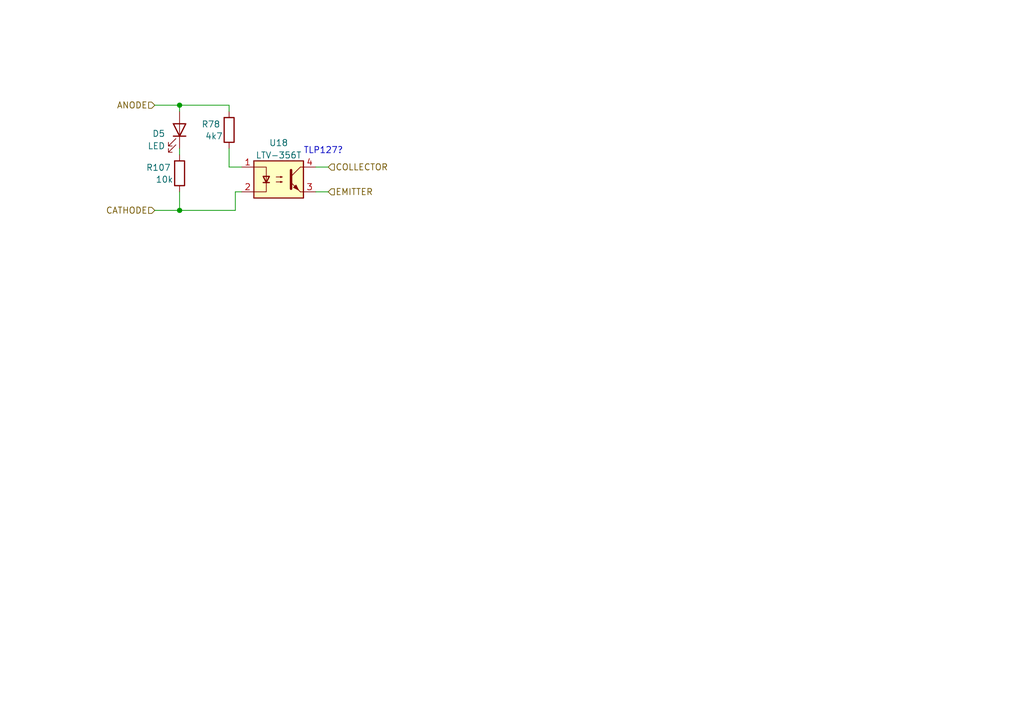
<source format=kicad_sch>
(kicad_sch (version 20211123) (generator eeschema)
  (paper "A5")
  (lib_symbols
    (symbol "Device:LED" (pin_numbers hide) (pin_names (offset 1.016) hide)
      (property "Reference" "D" (at 0 2.54 0))
      (property "Value" "LED" (at 0 -2.54 0))
      (symbol "LED_0_1"
        (polyline (pts (xy -1.27 -1.27) (xy -1.27 1.27)) (stroke (width 0.254)))
        (polyline (pts (xy -1.27 0) (xy 1.27 0)))
        (polyline (pts (xy 1.27 -1.27) (xy 1.27 1.27) (xy -1.27 0) (xy 1.27 -1.27)) (stroke (width 0.254)))
        (polyline (pts (xy -3.048 -0.762) (xy -4.572 -2.286) (xy -3.81 -2.286) (xy -4.572 -2.286) (xy -4.572 -1.524)))
        (polyline (pts (xy -1.778 -0.762) (xy -3.302 -2.286) (xy -2.54 -2.286) (xy -3.302 -2.286) (xy -3.302 -1.524)))
      )
      (symbol "LED_1_1"
        (pin passive line (at -3.81 0 0) (length 2.54) (name "K") (number "1"))
        (pin passive line (at 3.81 0 180) (length 2.54) (name "A") (number "2"))
      )
    )
    (symbol "Device:R" (pin_numbers hide) (pin_names (offset 0))
      (property "Reference" "R" (at 2.032 0 90))
      (property "Value" "R" (at 0 0 90))
      (symbol "R_0_1"
        (rectangle (start -1.016 -2.54) (end 1.016 2.54) (stroke (width 0.254)))
      )
      (symbol "R_1_1"
        (pin passive line (at 0 3.81 270) (length 1.27) (name "~") (number "1"))
        (pin passive line (at 0 -3.81 90) (length 1.27) (name "~") (number "2"))
      )
    )
    (symbol "Isolator:LTV-356T" (pin_names (offset 1.016))
      (property "Reference" "U" (at -5.334 4.826 0))
      (property "Value" "LTV-356T" (at 0 5.08 0))
      (symbol "LTV-356T_0_1"
        (rectangle (start -5.08 3.81) (end 5.08 -3.81) (stroke (width 0.254)) (fill (type background)))
        (polyline (pts (xy -3.175 -0.635) (xy -1.905 -0.635)) (stroke (width 0.254)))
        (polyline (pts (xy 2.54 0.635) (xy 4.445 2.54)))
        (polyline (pts (xy 4.445 -2.54) (xy 2.54 -0.635)) (fill (type outline)))
        (polyline (pts (xy 4.445 -2.54) (xy 5.08 -2.54)))
        (polyline (pts (xy 4.445 2.54) (xy 5.08 2.54)))
        (polyline (pts (xy -5.08 2.54) (xy -2.54 2.54) (xy -2.54 -0.762)))
        (polyline (pts (xy -2.54 -0.635) (xy -2.54 -2.54) (xy -5.08 -2.54)))
        (polyline (pts (xy 2.54 1.905) (xy 2.54 -1.905) (xy 2.54 -1.905)) (stroke (width 0.508)))
        (polyline (pts (xy -2.54 -0.635) (xy -3.175 0.635) (xy -1.905 0.635) (xy -2.54 -0.635)) (stroke (width 0.254)))
        (polyline (pts (xy -0.508 -0.508) (xy 0.762 -0.508) (xy 0.381 -0.635) (xy 0.381 -0.381) (xy 0.762 -0.508)))
        (polyline (pts (xy -0.508 0.508) (xy 0.762 0.508) (xy 0.381 0.381) (xy 0.381 0.635) (xy 0.762 0.508)))
        (polyline (pts (xy 3.048 -1.651) (xy 3.556 -1.143) (xy 4.064 -2.159) (xy 3.048 -1.651) (xy 3.048 -1.651)) (fill (type outline)))
      )
      (symbol "LTV-356T_1_1"
        (pin passive line (at -7.62 2.54 0) (length 2.54) (name "~") (number "1"))
        (pin passive line (at -7.62 -2.54 0) (length 2.54) (name "~") (number "2"))
        (pin passive line (at 7.62 -2.54 180) (length 2.54) (name "~") (number "3"))
        (pin passive line (at 7.62 2.54 180) (length 2.54) (name "~") (number "4"))
      )
    )
  )
  (junction (at 36.83 21.59))
  (junction (at 36.83 43.18))
  (wire (pts (xy 46.99 30.48) (xy 46.99 34.29)))
  (wire (pts (xy 46.99 34.29) (xy 49.53 34.29)))
  (wire (pts (xy 36.83 43.18) (xy 48.26 43.18)))
  (wire (pts (xy 36.83 21.59) (xy 46.99 21.59)))
  (wire (pts (xy 31.75 43.18) (xy 36.83 43.18)))
  (wire (pts (xy 31.75 21.59) (xy 36.83 21.59)))
  (wire (pts (xy 48.26 39.37) (xy 48.26 43.18)))
  (wire (pts (xy 67.31 34.29) (xy 64.77 34.29)))
  (wire (pts (xy 36.83 39.37) (xy 36.83 43.18)))
  (wire (pts (xy 67.31 39.37) (xy 64.77 39.37)))
  (wire (pts (xy 46.99 21.59) (xy 46.99 22.86)))
  (wire (pts (xy 48.26 39.37) (xy 49.53 39.37)))
  (wire (pts (xy 36.83 21.59) (xy 36.83 22.86)))
  (wire (pts (xy 36.83 30.48) (xy 36.83 31.75)))
  (text "TLP127?" (at 62.23 31.75 0) (effects (font (size 1.27 1.27)) (justify left bottom)))
  (hierarchical_label "ANODE" (shape input) (at 31.75 21.59 180))
  (hierarchical_label "CATHODE" (shape input) (at 31.75 43.18 180))
  (hierarchical_label "COLLECTOR" (shape input) (at 67.31 34.29 0))
  (hierarchical_label "EMITTER" (shape input) (at 67.31 39.37 0))
  (symbol (lib_id "Device:R") (at 36.83 35.56 0) (mirror x) (unit 1)
    (property "Reference" "R107" (at 35.052 34.3916 0) (effects (justify right)))
    (property "Value" "10k" (at 35.56 36.83 0) (effects (justify right)))
    (property "Footprint" "Resistor_SMD:R_0402_1005Metric" (effects hide))
  )
  (symbol (lib_id "Device:R") (at 46.99 26.67 0) (mirror x) (unit 1)
    (property "Reference" "R78" (at 45.212 25.5016 0) (effects (justify right)))
    (property "Value" "4k7" (at 45.72 27.94 0) (effects (justify right)))
    (property "Footprint" "Resistor_SMD:R_0402_1005Metric" (effects hide))
  )
  (symbol (lib_id "Device:LED") (at 36.83 26.67 270) (mirror x) (unit 1)
    (property "Reference" "D5" (at 33.909 27.4228 90) (effects (justify right)))
    (property "Value" "LED" (at 33.909 29.9597 90) (effects (justify right)))
    (property "Footprint" "Diode_SMD:D_0603_1608Metric" (effects hide))
  )
  (symbol (lib_id "Isolator:LTV-356T") (at 57.15 36.83 0) (unit 1)
    (property "Reference" "U18" (at 57.15 29.3202 0))
    (property "Value" "LTV-356T" (at 57.15 31.8571 0))
    (property "Footprint" "Package_SO:SO-4_4.4x3.6mm_P2.54mm" (effects hide))
    (property "Datasheet" "http://optoelectronics.liteon.com/upload/download/DS70-2001-010/S_110_LTV-356T%2020140520.pdf" (effects hide))
  )
)
</source>
